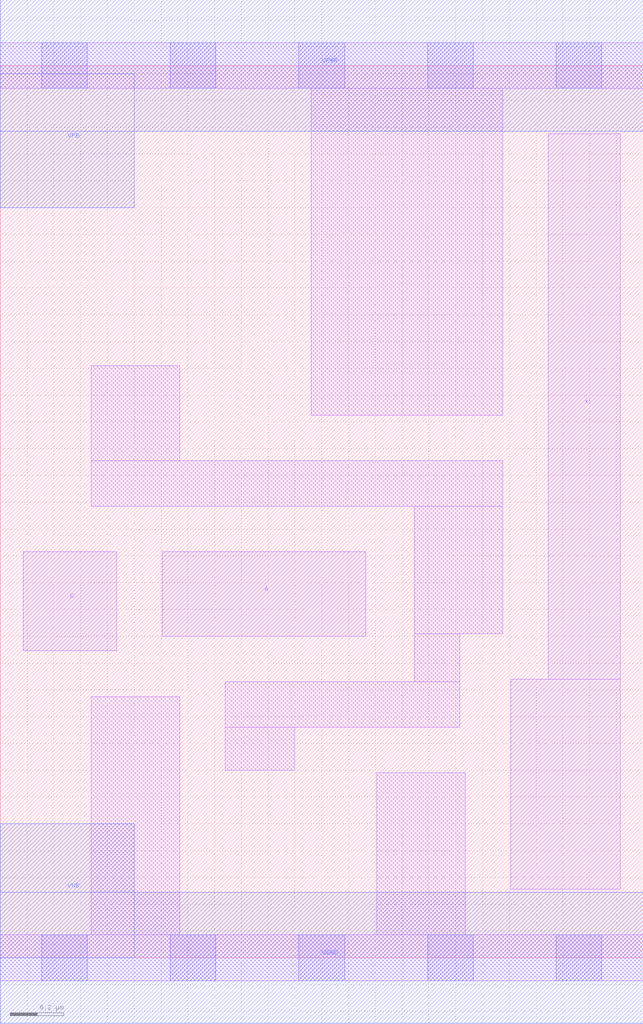
<source format=lef>
# Copyright 2020 The SkyWater PDK Authors
#
# Licensed under the Apache License, Version 2.0 (the "License");
# you may not use this file except in compliance with the License.
# You may obtain a copy of the License at
#
#     https://www.apache.org/licenses/LICENSE-2.0
#
# Unless required by applicable law or agreed to in writing, software
# distributed under the License is distributed on an "AS IS" BASIS,
# WITHOUT WARRANTIES OR CONDITIONS OF ANY KIND, either express or implied.
# See the License for the specific language governing permissions and
# limitations under the License.
#
# SPDX-License-Identifier: Apache-2.0

VERSION 5.5 ;
NAMESCASESENSITIVE ON ;
BUSBITCHARS "[]" ;
DIVIDERCHAR "/" ;
MACRO sky130_fd_sc_lp__or2_1
  CLASS CORE ;
  SOURCE USER ;
  ORIGIN  0.000000  0.000000 ;
  SIZE  2.400000 BY  3.330000 ;
  SYMMETRY X Y R90 ;
  SITE unit ;
  PIN A
    ANTENNAGATEAREA  0.126000 ;
    DIRECTION INPUT ;
    USE SIGNAL ;
    PORT
      LAYER li1 ;
        RECT 0.605000 1.200000 1.365000 1.515000 ;
    END
  END A
  PIN B
    ANTENNAGATEAREA  0.126000 ;
    DIRECTION INPUT ;
    USE SIGNAL ;
    PORT
      LAYER li1 ;
        RECT 0.085000 1.145000 0.435000 1.515000 ;
    END
  END B
  PIN X
    ANTENNADIFFAREA  0.556500 ;
    DIRECTION OUTPUT ;
    USE SIGNAL ;
    PORT
      LAYER li1 ;
        RECT 1.905000 0.255000 2.315000 1.040000 ;
        RECT 2.045000 1.040000 2.315000 3.075000 ;
    END
  END X
  PIN VGND
    DIRECTION INOUT ;
    USE GROUND ;
    PORT
      LAYER met1 ;
        RECT 0.000000 -0.245000 2.400000 0.245000 ;
    END
  END VGND
  PIN VNB
    DIRECTION INOUT ;
    USE GROUND ;
    PORT
    END
  END VNB
  PIN VPB
    DIRECTION INOUT ;
    USE POWER ;
    PORT
    END
  END VPB
  PIN VNB
    DIRECTION INOUT ;
    USE GROUND ;
    PORT
      LAYER met1 ;
        RECT 0.000000 0.000000 0.500000 0.500000 ;
    END
  END VNB
  PIN VPB
    DIRECTION INOUT ;
    USE POWER ;
    PORT
      LAYER met1 ;
        RECT 0.000000 2.800000 0.500000 3.300000 ;
    END
  END VPB
  PIN VPWR
    DIRECTION INOUT ;
    USE POWER ;
    PORT
      LAYER met1 ;
        RECT 0.000000 3.085000 2.400000 3.575000 ;
    END
  END VPWR
  OBS
    LAYER li1 ;
      RECT 0.000000 -0.085000 2.400000 0.085000 ;
      RECT 0.000000  3.245000 2.400000 3.415000 ;
      RECT 0.340000  0.085000 0.670000 0.975000 ;
      RECT 0.340000  1.685000 1.875000 1.855000 ;
      RECT 0.340000  1.855000 0.670000 2.210000 ;
      RECT 0.840000  0.700000 1.100000 0.860000 ;
      RECT 0.840000  0.860000 1.715000 1.030000 ;
      RECT 1.160000  2.025000 1.875000 3.245000 ;
      RECT 1.405000  0.085000 1.735000 0.690000 ;
      RECT 1.545000  1.030000 1.715000 1.210000 ;
      RECT 1.545000  1.210000 1.875000 1.685000 ;
    LAYER mcon ;
      RECT 0.155000 -0.085000 0.325000 0.085000 ;
      RECT 0.155000  3.245000 0.325000 3.415000 ;
      RECT 0.635000 -0.085000 0.805000 0.085000 ;
      RECT 0.635000  3.245000 0.805000 3.415000 ;
      RECT 1.115000 -0.085000 1.285000 0.085000 ;
      RECT 1.115000  3.245000 1.285000 3.415000 ;
      RECT 1.595000 -0.085000 1.765000 0.085000 ;
      RECT 1.595000  3.245000 1.765000 3.415000 ;
      RECT 2.075000 -0.085000 2.245000 0.085000 ;
      RECT 2.075000  3.245000 2.245000 3.415000 ;
  END
END sky130_fd_sc_lp__or2_1
END LIBRARY

</source>
